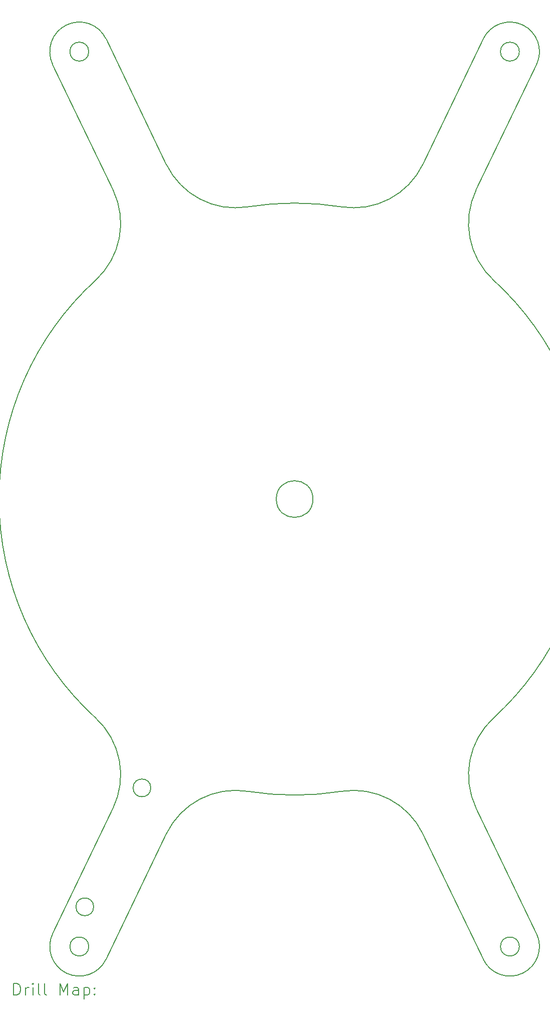
<source format=gbr>
%FSLAX45Y45*%
G04 Gerber Fmt 4.5, Leading zero omitted, Abs format (unit mm)*
G04 Created by KiCad (PCBNEW (6.0.0-0)) date 2022-03-22 21:17:44*
%MOMM*%
%LPD*%
G01*
G04 APERTURE LIST*
%TA.AperFunction,Profile*%
%ADD10C,0.200000*%
%TD*%
%ADD11C,0.200000*%
G04 APERTURE END LIST*
D10*
X12883000Y-10134600D02*
G75*
G03*
X12883000Y-10134600I-310000J0D01*
G01*
X9205810Y-6438382D02*
G75*
G03*
X9501431Y-4912966I-875470J961017D01*
G01*
X16375546Y-17692640D02*
G75*
G03*
X16375546Y-17692640I-160000J0D01*
G01*
X15644569Y-4912966D02*
G75*
G03*
X15940190Y-6438382I1171091J-564399D01*
G01*
X9173189Y-17022498D02*
G75*
G03*
X9173189Y-17022498I-150000J0D01*
G01*
X16375546Y-2576561D02*
G75*
G03*
X16375546Y-2576561I-160000J0D01*
G01*
X15940190Y-13830818D02*
G75*
G03*
X15644569Y-15356234I875470J-961017D01*
G01*
X16665965Y-2793637D02*
X15644569Y-4912966D01*
X10402270Y-4478813D02*
G75*
G03*
X11779635Y-5197944I1171091J564399D01*
G01*
X9501431Y-4912966D02*
X8480035Y-2793637D01*
X15940190Y-13830818D02*
G75*
G03*
X15940190Y-6438382I-3367190J3696218D01*
G01*
X14743730Y-15790387D02*
G75*
G03*
X13366364Y-15071256I-1171091J-564399D01*
G01*
X9501431Y-15356234D02*
G75*
G03*
X9205810Y-13830818I-1171091J564399D01*
G01*
X10402270Y-15790387D02*
X9380874Y-17909716D01*
X15765126Y-17909716D02*
G75*
G03*
X16665965Y-17475563I450420J217077D01*
G01*
X14743730Y-4478813D02*
X15765126Y-2359484D01*
X11779635Y-15071256D02*
G75*
G03*
X13366364Y-15071256I793365J4936654D01*
G01*
X13366364Y-5197944D02*
G75*
G03*
X14743730Y-4478813I206275J1283531D01*
G01*
X8480035Y-17475563D02*
X9501431Y-15356234D01*
X9090454Y-17692640D02*
G75*
G03*
X9090454Y-17692640I-160000J0D01*
G01*
X9380874Y-2359484D02*
G75*
G03*
X8480035Y-2793637I-450420J-217077D01*
G01*
X15765126Y-17909716D02*
X14743730Y-15790387D01*
X8480035Y-17475563D02*
G75*
G03*
X9380874Y-17909716I450419J-217077D01*
G01*
X13366364Y-5197944D02*
G75*
G03*
X11779635Y-5197944I-793365J-4936654D01*
G01*
X10140249Y-15013096D02*
G75*
G03*
X10140249Y-15013096I-150000J0D01*
G01*
X15644569Y-15356234D02*
X16665965Y-17475563D01*
X9090454Y-2576561D02*
G75*
G03*
X9090454Y-2576561I-160000J0D01*
G01*
X16665965Y-2793637D02*
G75*
G03*
X15765126Y-2359484I-450420J217077D01*
G01*
X9205810Y-6438382D02*
G75*
G03*
X9205810Y-13830818I3367190J-3696218D01*
G01*
X9380874Y-2359484D02*
X10402270Y-4478813D01*
X11779635Y-15071256D02*
G75*
G03*
X10402270Y-15790387I-206275J-1283531D01*
G01*
D11*
X7820619Y-18513116D02*
X7820619Y-18313116D01*
X7868238Y-18313116D01*
X7896809Y-18322640D01*
X7915857Y-18341687D01*
X7925381Y-18360735D01*
X7934905Y-18398830D01*
X7934905Y-18427402D01*
X7925381Y-18465497D01*
X7915857Y-18484544D01*
X7896809Y-18503592D01*
X7868238Y-18513116D01*
X7820619Y-18513116D01*
X8020619Y-18513116D02*
X8020619Y-18379783D01*
X8020619Y-18417878D02*
X8030143Y-18398830D01*
X8039667Y-18389306D01*
X8058714Y-18379783D01*
X8077762Y-18379783D01*
X8144428Y-18513116D02*
X8144428Y-18379783D01*
X8144428Y-18313116D02*
X8134905Y-18322640D01*
X8144428Y-18332164D01*
X8153952Y-18322640D01*
X8144428Y-18313116D01*
X8144428Y-18332164D01*
X8268238Y-18513116D02*
X8249190Y-18503592D01*
X8239667Y-18484544D01*
X8239667Y-18313116D01*
X8373000Y-18513116D02*
X8353952Y-18503592D01*
X8344428Y-18484544D01*
X8344428Y-18313116D01*
X8601571Y-18513116D02*
X8601571Y-18313116D01*
X8668238Y-18455973D01*
X8734905Y-18313116D01*
X8734905Y-18513116D01*
X8915857Y-18513116D02*
X8915857Y-18408354D01*
X8906333Y-18389306D01*
X8887286Y-18379783D01*
X8849190Y-18379783D01*
X8830143Y-18389306D01*
X8915857Y-18503592D02*
X8896810Y-18513116D01*
X8849190Y-18513116D01*
X8830143Y-18503592D01*
X8820619Y-18484544D01*
X8820619Y-18465497D01*
X8830143Y-18446449D01*
X8849190Y-18436925D01*
X8896810Y-18436925D01*
X8915857Y-18427402D01*
X9011095Y-18379783D02*
X9011095Y-18579783D01*
X9011095Y-18389306D02*
X9030143Y-18379783D01*
X9068238Y-18379783D01*
X9087286Y-18389306D01*
X9096810Y-18398830D01*
X9106333Y-18417878D01*
X9106333Y-18475021D01*
X9096810Y-18494068D01*
X9087286Y-18503592D01*
X9068238Y-18513116D01*
X9030143Y-18513116D01*
X9011095Y-18503592D01*
X9192048Y-18494068D02*
X9201571Y-18503592D01*
X9192048Y-18513116D01*
X9182524Y-18503592D01*
X9192048Y-18494068D01*
X9192048Y-18513116D01*
X9192048Y-18389306D02*
X9201571Y-18398830D01*
X9192048Y-18408354D01*
X9182524Y-18398830D01*
X9192048Y-18389306D01*
X9192048Y-18408354D01*
M02*

</source>
